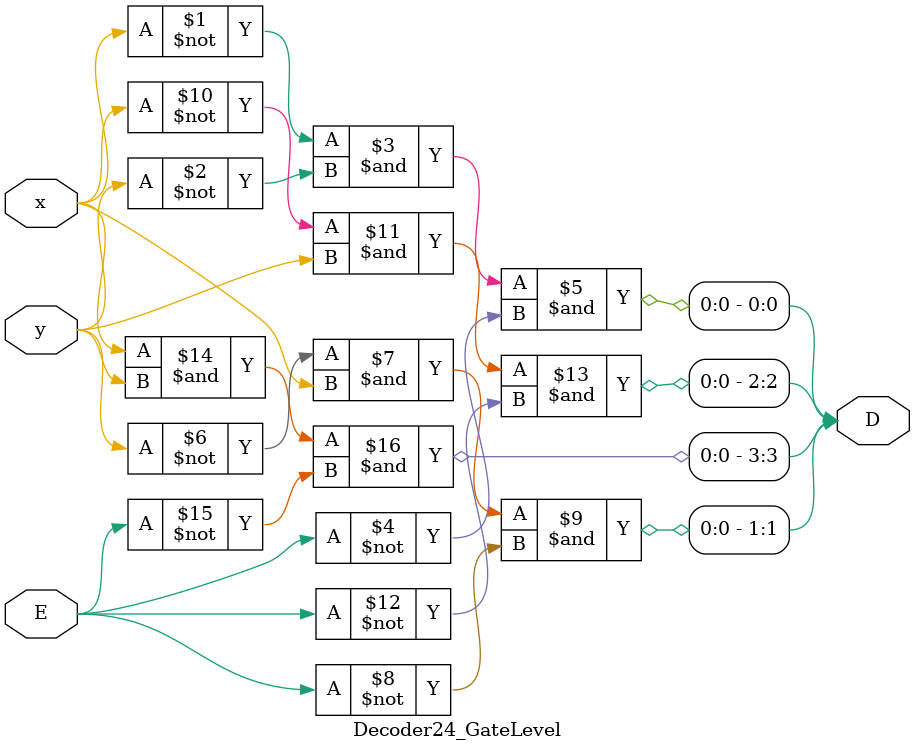
<source format=v>
module Decoder24_GateLevel(x, y, E, D);
        
    input x, y, E;
    output [3:0] D;

    and(D[0], ~x, ~y, ~E);
    and(D[1], ~y, x, ~E);
    and(D[2], ~x, y, ~E );
    and(D[3], x, y, ~E);


endmodule
// Part a
</source>
